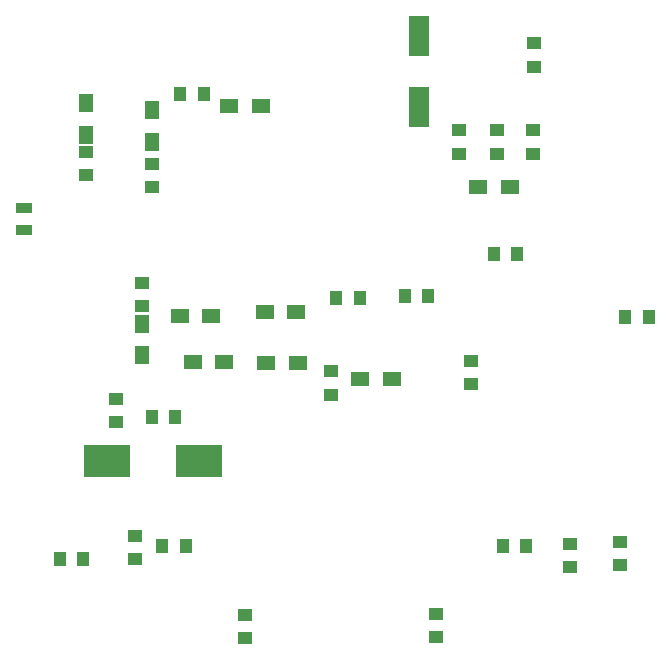
<source format=gbp>
%FSLAX46Y46*%
G04 Gerber Fmt 4.6, Leading zero omitted, Abs format (unit mm)*
G04 Created by KiCad (PCBNEW (2014-10-27 BZR 5228)-product) date 22/03/2015 08:24:04*
%MOMM*%
G01*
G04 APERTURE LIST*
%ADD10C,0.100000*%
%ADD11R,1.250000X1.000000*%
%ADD12R,1.000000X1.250000*%
%ADD13R,1.397000X0.889000*%
%ADD14R,1.300000X1.500000*%
%ADD15R,1.500000X1.300000*%
%ADD16R,4.000500X2.700020*%
%ADD17R,1.800860X3.500120*%
G04 APERTURE END LIST*
D10*
D11*
X144600000Y-70500000D03*
X144600000Y-72500000D03*
X146800000Y-62700000D03*
X146800000Y-60700000D03*
D12*
X149600000Y-72100000D03*
X147600000Y-72100000D03*
X150500000Y-83000000D03*
X148500000Y-83000000D03*
X139800000Y-84100000D03*
X141800000Y-84100000D03*
D11*
X146200000Y-82100000D03*
X146200000Y-84100000D03*
X155500000Y-88800000D03*
X155500000Y-90800000D03*
X183000000Y-82800000D03*
X183000000Y-84800000D03*
D12*
X177300000Y-83000000D03*
X179300000Y-83000000D03*
D11*
X142000000Y-51600000D03*
X142000000Y-49600000D03*
X187200000Y-82600000D03*
X187200000Y-84600000D03*
X147600000Y-50600000D03*
X147600000Y-52600000D03*
D12*
X152000000Y-44700000D03*
X150000000Y-44700000D03*
X165200000Y-62000000D03*
X163200000Y-62000000D03*
D11*
X176800000Y-49800000D03*
X176800000Y-47800000D03*
X179900000Y-49800000D03*
X179900000Y-47800000D03*
X173600000Y-49800000D03*
X173600000Y-47800000D03*
D12*
X178546000Y-58293000D03*
X176546000Y-58293000D03*
X169000000Y-61800000D03*
X171000000Y-61800000D03*
D11*
X174600000Y-69300000D03*
X174600000Y-67300000D03*
X171700000Y-88700000D03*
X171700000Y-90700000D03*
D13*
X136800000Y-56252500D03*
X136800000Y-54347500D03*
D14*
X146800000Y-64150000D03*
X146800000Y-66850000D03*
X147600000Y-46050000D03*
X147600000Y-48750000D03*
X142000000Y-45450000D03*
X142000000Y-48150000D03*
D15*
X156850000Y-45700000D03*
X154150000Y-45700000D03*
X153750000Y-67400000D03*
X151050000Y-67400000D03*
X152650000Y-63500000D03*
X149950000Y-63500000D03*
X159850000Y-63200000D03*
X157150000Y-63200000D03*
D12*
X187700000Y-63600000D03*
X189700000Y-63600000D03*
D11*
X162800000Y-70200000D03*
X162800000Y-68200000D03*
D15*
X157250000Y-67500000D03*
X159950000Y-67500000D03*
D16*
X143811260Y-75800000D03*
X151588740Y-75800000D03*
D17*
X170200000Y-39800260D03*
X170200000Y-45799740D03*
D15*
X177950000Y-52600000D03*
X175250000Y-52600000D03*
D11*
X180000000Y-40400000D03*
X180000000Y-42400000D03*
D15*
X165250000Y-68800000D03*
X167950000Y-68800000D03*
M02*

</source>
